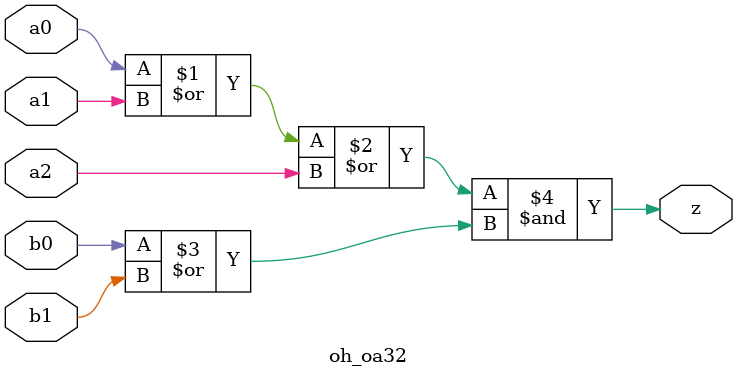
<source format=v>
module oh_oa32(	// file.cleaned.mlir:2:3
  input  a0,	// file.cleaned.mlir:2:25
         a1,	// file.cleaned.mlir:2:38
         a2,	// file.cleaned.mlir:2:51
         b0,	// file.cleaned.mlir:2:64
         b1,	// file.cleaned.mlir:2:77
  output z	// file.cleaned.mlir:2:91
);

  assign z = (a0 | a1 | a2) & (b0 | b1);	// file.cleaned.mlir:3:10, :4:10, :5:10, :6:5
endmodule


</source>
